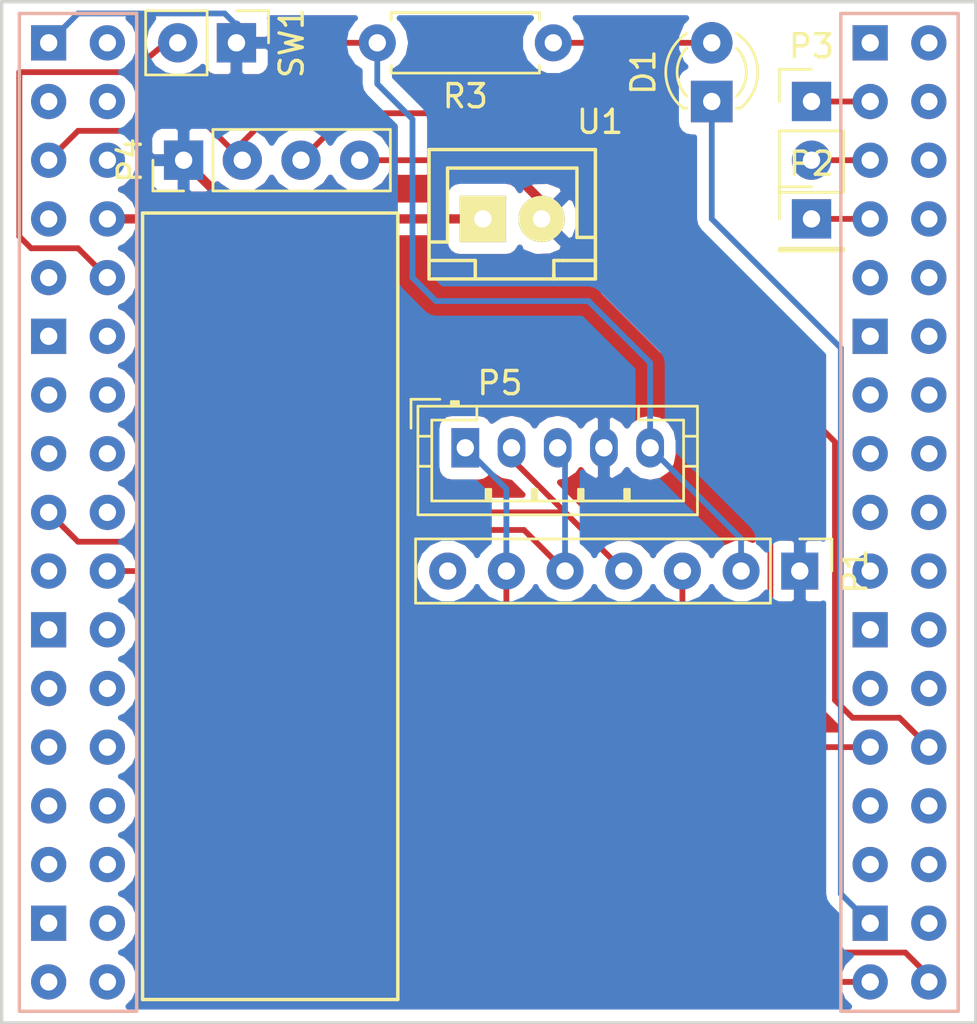
<source format=kicad_pcb>
(kicad_pcb (version 4) (host pcbnew 4.0.4+e1-6308~48~ubuntu16.04.1-stable)

  (general
    (links 25)
    (no_connects 0)
    (area 53.772999 42.205 96.087001 89.483001)
    (thickness 1.6)
    (drawings 4)
    (tracks 87)
    (zones 0)
    (modules 10)
    (nets 16)
  )

  (page A4)
  (layers
    (0 F.Cu signal)
    (31 B.Cu signal hide)
    (32 B.Adhes user hide)
    (33 F.Adhes user hide)
    (34 B.Paste user hide)
    (35 F.Paste user hide)
    (36 B.SilkS user)
    (37 F.SilkS user)
    (38 B.Mask user hide)
    (39 F.Mask user hide)
    (40 Dwgs.User user hide)
    (41 Cmts.User user hide)
    (42 Eco1.User user hide)
    (43 Eco2.User user hide)
    (44 Edge.Cuts user)
    (45 Margin user hide)
    (46 B.CrtYd user)
    (47 F.CrtYd user)
    (48 B.Fab user hide)
    (49 F.Fab user hide)
  )

  (setup
    (last_trace_width 0.25)
    (user_trace_width 0.35)
    (user_trace_width 0.4)
    (trace_clearance 0.2)
    (zone_clearance 0.508)
    (zone_45_only no)
    (trace_min 0.2)
    (segment_width 0.2)
    (edge_width 0.15)
    (via_size 0.6)
    (via_drill 0.4)
    (via_min_size 0.4)
    (via_min_drill 0.3)
    (uvia_size 0.3)
    (uvia_drill 0.1)
    (uvias_allowed no)
    (uvia_min_size 0.2)
    (uvia_min_drill 0.1)
    (pcb_text_width 0.3)
    (pcb_text_size 1.5 1.5)
    (mod_edge_width 0.15)
    (mod_text_size 1 1)
    (mod_text_width 0.15)
    (pad_size 1.7 1.7)
    (pad_drill 0.75)
    (pad_to_mask_clearance 0.2)
    (aux_axis_origin 0 0)
    (grid_origin 89.916 61.214)
    (visible_elements FFFFFF5F)
    (pcbplotparams
      (layerselection 0x010f0_80000001)
      (usegerberextensions true)
      (excludeedgelayer true)
      (linewidth 0.100000)
      (plotframeref false)
      (viasonmask false)
      (mode 1)
      (useauxorigin false)
      (hpglpennumber 1)
      (hpglpenspeed 20)
      (hpglpendiameter 15)
      (hpglpenoverlay 2)
      (psnegative false)
      (psa4output false)
      (plotreference true)
      (plotvalue true)
      (plotinvisibletext false)
      (padsonsilk false)
      (subtractmaskfromsilk false)
      (outputformat 1)
      (mirror false)
      (drillshape 0)
      (scaleselection 1)
      (outputdirectory Plots/))
  )

  (net 0 "")
  (net 1 GND)
  (net 2 "Net-(D1-Pad2)")
  (net 3 LoraEN)
  (net 4 "Net-(P1-Pad4)")
  (net 5 "Net-(P1-Pad5)")
  (net 6 LoraAUX)
  (net 7 VCC-3V3)
  (net 8 "Net-(SW1-Pad2)")
  (net 9 BAT)
  (net 10 "Net-(D1-Pad1)")
  (net 11 "Net-(P3-Pad2)")
  (net 12 "Net-(P2-Pad1)")
  (net 13 "Net-(P3-Pad1)")
  (net 14 TWI2-SDA)
  (net 15 TWI-SCK)

  (net_class Default "This is the default net class."
    (clearance 0.2)
    (trace_width 0.25)
    (via_dia 0.6)
    (via_drill 0.4)
    (uvia_dia 0.3)
    (uvia_drill 0.1)
    (add_net BAT)
    (add_net GND)
    (add_net LoraAUX)
    (add_net LoraEN)
    (add_net "Net-(D1-Pad1)")
    (add_net "Net-(D1-Pad2)")
    (add_net "Net-(P1-Pad4)")
    (add_net "Net-(P1-Pad5)")
    (add_net "Net-(P2-Pad1)")
    (add_net "Net-(P3-Pad1)")
    (add_net "Net-(P3-Pad2)")
    (add_net "Net-(SW1-Pad2)")
    (add_net TWI-SCK)
    (add_net TWI2-SDA)
    (add_net VCC-3V3)
  )

  (module WiRoc:Chip (layer B.Cu) (tedit 5ABE3E77) (tstamp 5A8C9A0A)
    (at 74.93 71.12 180)
    (path /5831EB02)
    (fp_text reference U2 (at -12.7 27.94 180) (layer B.SilkS)
      (effects (font (size 1 1) (thickness 0.15)) (justify mirror))
    )
    (fp_text value CHIP (at -17.78 27.94 180) (layer B.Fab)
      (effects (font (size 1 1) (thickness 0.15)) (justify mirror))
    )
    (fp_line (start 15.24 -17.78) (end 15.24 25.4) (layer B.SilkS) (width 0.15))
    (fp_line (start 20.32 -17.78) (end 15.24 -17.78) (layer B.SilkS) (width 0.15))
    (fp_line (start 20.32 25.4) (end 20.32 -17.78) (layer B.SilkS) (width 0.15))
    (fp_line (start 15.24 25.4) (end 20.32 25.4) (layer B.SilkS) (width 0.15))
    (fp_line (start -20.32 25.4) (end -15.24 25.4) (layer B.SilkS) (width 0.15))
    (fp_line (start -15.24 25.4) (end -15.24 -17.78) (layer B.SilkS) (width 0.15))
    (fp_line (start -15.24 -17.78) (end -20.32 -17.78) (layer B.SilkS) (width 0.15))
    (fp_line (start -20.32 -17.78) (end -20.32 25.4) (layer B.SilkS) (width 0.15))
    (pad 2 thru_hole circle (at 16.51 24.13 180) (size 1.524 1.524) (drill 0.75) (layers *.Cu *.Mask))
    (pad 1 thru_hole rect (at 19.05 24.13 180) (size 1.524 1.524) (drill 0.75) (layers *.Cu *.Mask)
      (net 1 GND))
    (pad 4 thru_hole circle (at 16.51 21.59 180) (size 1.524 1.524) (drill 0.75) (layers *.Cu *.Mask))
    (pad 3 thru_hole circle (at 19.05 21.59 180) (size 1.524 1.524) (drill 0.75) (layers *.Cu *.Mask))
    (pad 34 thru_hole circle (at 16.51 -16.51 180) (size 1.524 1.524) (drill 0.75) (layers *.Cu *.Mask))
    (pad 33 thru_hole circle (at 19.05 -16.51 180) (size 1.524 1.524) (drill 0.75) (layers *.Cu *.Mask))
    (pad 32 thru_hole circle (at 16.51 -13.97 180) (size 1.524 1.524) (drill 0.75) (layers *.Cu *.Mask))
    (pad 31 thru_hole rect (at 19.05 -13.97 180) (size 1.524 1.524) (drill 0.75) (layers *.Cu *.Mask))
    (pad 30 thru_hole circle (at 16.51 -11.43 180) (size 1.524 1.524) (drill 0.75) (layers *.Cu *.Mask))
    (pad 29 thru_hole circle (at 19.05 -11.43 180) (size 1.524 1.524) (drill 0.75) (layers *.Cu *.Mask))
    (pad 28 thru_hole circle (at 16.51 -8.89 180) (size 1.524 1.524) (drill 0.75) (layers *.Cu *.Mask))
    (pad 27 thru_hole circle (at 19.05 -8.89 180) (size 1.524 1.524) (drill 0.75) (layers *.Cu *.Mask))
    (pad 26 thru_hole circle (at 16.51 -6.35 180) (size 1.524 1.524) (drill 0.75) (layers *.Cu *.Mask))
    (pad 25 thru_hole circle (at 19.05 -6.35 180) (size 1.524 1.524) (drill 0.75) (layers *.Cu *.Mask))
    (pad 24 thru_hole circle (at 16.51 -3.81 180) (size 1.524 1.524) (drill 0.75) (layers *.Cu *.Mask))
    (pad 23 thru_hole circle (at 19.05 -3.81 180) (size 1.524 1.524) (drill 0.75) (layers *.Cu *.Mask))
    (pad 22 thru_hole circle (at 16.51 -1.27 180) (size 1.524 1.524) (drill 0.75) (layers *.Cu *.Mask))
    (pad 21 thru_hole rect (at 19.05 -1.27 180) (size 1.524 1.524) (drill 0.75) (layers *.Cu *.Mask))
    (pad 20 thru_hole circle (at 16.51 1.27 180) (size 1.524 1.524) (drill 0.75) (layers *.Cu *.Mask)
      (net 5 "Net-(P1-Pad5)"))
    (pad 19 thru_hole circle (at 19.05 1.27 180) (size 1.524 1.524) (drill 0.75) (layers *.Cu *.Mask))
    (pad 18 thru_hole circle (at 16.51 3.81 180) (size 1.524 1.524) (drill 0.75) (layers *.Cu *.Mask))
    (pad 17 thru_hole circle (at 19.05 3.81 180) (size 1.524 1.524) (drill 0.75) (layers *.Cu *.Mask)
      (net 4 "Net-(P1-Pad4)"))
    (pad 16 thru_hole circle (at 16.51 6.35 180) (size 1.524 1.524) (drill 0.75) (layers *.Cu *.Mask))
    (pad 15 thru_hole circle (at 19.05 6.35 180) (size 1.524 1.524) (drill 0.75) (layers *.Cu *.Mask))
    (pad 14 thru_hole circle (at 16.51 8.89 180) (size 1.524 1.524) (drill 0.75) (layers *.Cu *.Mask))
    (pad 13 thru_hole circle (at 19.05 8.89 180) (size 1.524 1.524) (drill 0.75) (layers *.Cu *.Mask))
    (pad 12 thru_hole circle (at 16.51 11.43 180) (size 1.524 1.524) (drill 0.75) (layers *.Cu *.Mask))
    (pad 11 thru_hole rect (at 19.05 11.43 180) (size 1.524 1.524) (drill 0.75) (layers *.Cu *.Mask))
    (pad 10 thru_hole circle (at 16.51 13.97 180) (size 1.524 1.524) (drill 0.75) (layers *.Cu *.Mask)
      (net 8 "Net-(SW1-Pad2)"))
    (pad 9 thru_hole circle (at 19.05 13.97 180) (size 1.524 1.524) (drill 0.75) (layers *.Cu *.Mask))
    (pad 8 thru_hole circle (at 16.51 16.51 180) (size 1.524 1.524) (drill 0.75) (layers *.Cu *.Mask)
      (net 9 BAT))
    (pad 7 thru_hole circle (at 19.05 16.51 180) (size 1.524 1.524) (drill 0.75) (layers *.Cu *.Mask))
    (pad 6 thru_hole circle (at 16.51 19.05 180) (size 1.524 1.524) (drill 0.75) (layers *.Cu *.Mask))
    (pad 5 thru_hole circle (at 19.05 19.05 180) (size 1.524 1.524) (drill 0.75) (layers *.Cu *.Mask)
      (net 7 VCC-3V3))
    (pad 105 thru_hole circle (at -16.51 19.05 180) (size 1.524 1.524) (drill 0.75) (layers *.Cu *.Mask)
      (net 11 "Net-(P3-Pad2)"))
    (pad 106 thru_hole circle (at -19.05 19.05 180) (size 1.524 1.524) (drill 0.75) (layers *.Cu *.Mask))
    (pad 107 thru_hole circle (at -16.51 16.51 180) (size 1.524 1.524) (drill 0.75) (layers *.Cu *.Mask)
      (net 12 "Net-(P2-Pad1)"))
    (pad 108 thru_hole circle (at -19.05 16.51 180) (size 1.524 1.524) (drill 0.75) (layers *.Cu *.Mask))
    (pad 109 thru_hole circle (at -16.51 13.97 180) (size 1.524 1.524) (drill 0.75) (layers *.Cu *.Mask))
    (pad 110 thru_hole circle (at -19.05 13.97 180) (size 1.524 1.524) (drill 0.75) (layers *.Cu *.Mask))
    (pad 111 thru_hole rect (at -16.51 11.43 180) (size 1.524 1.524) (drill 0.75) (layers *.Cu *.Mask))
    (pad 112 thru_hole circle (at -19.05 11.43 180) (size 1.524 1.524) (drill 0.75) (layers *.Cu *.Mask))
    (pad 113 thru_hole circle (at -16.51 8.89 180) (size 1.524 1.524) (drill 0.75) (layers *.Cu *.Mask))
    (pad 114 thru_hole circle (at -19.05 8.89 180) (size 1.524 1.524) (drill 0.75) (layers *.Cu *.Mask))
    (pad 115 thru_hole circle (at -16.51 6.35 180) (size 1.524 1.524) (drill 0.75) (layers *.Cu *.Mask))
    (pad 116 thru_hole circle (at -19.05 6.35 180) (size 1.524 1.524) (drill 0.75) (layers *.Cu *.Mask))
    (pad 117 thru_hole circle (at -16.51 3.81 180) (size 1.524 1.524) (drill 0.75) (layers *.Cu *.Mask))
    (pad 118 thru_hole circle (at -19.05 3.81 180) (size 1.524 1.524) (drill 0.75) (layers *.Cu *.Mask))
    (pad 119 thru_hole circle (at -16.51 1.27 180) (size 1.524 1.524) (drill 0.75) (layers *.Cu *.Mask))
    (pad 120 thru_hole circle (at -19.05 1.27 180) (size 1.524 1.524) (drill 0.75) (layers *.Cu *.Mask))
    (pad 121 thru_hole rect (at -16.51 -1.27 180) (size 1.524 1.524) (drill 0.75) (layers *.Cu *.Mask))
    (pad 122 thru_hole circle (at -19.05 -1.27 180) (size 1.524 1.524) (drill 0.75) (layers *.Cu *.Mask))
    (pad 123 thru_hole circle (at -16.51 -3.81 180) (size 1.524 1.524) (drill 0.75) (layers *.Cu *.Mask))
    (pad 124 thru_hole circle (at -19.05 -3.81 180) (size 1.524 1.524) (drill 0.75) (layers *.Cu *.Mask))
    (pad 125 thru_hole circle (at -16.51 -6.35 180) (size 1.524 1.524) (drill 0.75) (layers *.Cu *.Mask)
      (net 14 TWI2-SDA))
    (pad 126 thru_hole circle (at -19.05 -6.35 180) (size 1.524 1.524) (drill 0.75) (layers *.Cu *.Mask)
      (net 15 TWI-SCK))
    (pad 127 thru_hole circle (at -16.51 -8.89 180) (size 1.524 1.524) (drill 0.75) (layers *.Cu *.Mask))
    (pad 128 thru_hole circle (at -19.05 -8.89 180) (size 1.524 1.524) (drill 0.75) (layers *.Cu *.Mask))
    (pad 129 thru_hole circle (at -16.51 -11.43 180) (size 1.524 1.524) (drill 0.75) (layers *.Cu *.Mask))
    (pad 130 thru_hole circle (at -19.05 -11.43 180) (size 1.524 1.524) (drill 0.75) (layers *.Cu *.Mask))
    (pad 131 thru_hole rect (at -16.51 -13.97 180) (size 1.524 1.524) (drill 0.75) (layers *.Cu *.Mask)
      (net 10 "Net-(D1-Pad1)"))
    (pad 132 thru_hole circle (at -19.05 -13.97 180) (size 1.524 1.524) (drill 0.75) (layers *.Cu *.Mask))
    (pad 133 thru_hole circle (at -16.51 -16.51 180) (size 1.524 1.524) (drill 0.75) (layers *.Cu *.Mask)
      (net 6 LoraAUX))
    (pad 134 thru_hole circle (at -19.05 -16.51 180) (size 1.524 1.524) (drill 0.75) (layers *.Cu *.Mask)
      (net 3 LoraEN))
    (pad 103 thru_hole circle (at -16.51 21.59 180) (size 1.524 1.524) (drill 0.75) (layers *.Cu *.Mask)
      (net 13 "Net-(P3-Pad1)"))
    (pad 104 thru_hole circle (at -19.05 21.59 180) (size 1.524 1.524) (drill 0.75) (layers *.Cu *.Mask))
    (pad 101 thru_hole rect (at -16.51 24.13 180) (size 1.524 1.524) (drill 0.75) (layers *.Cu *.Mask))
    (pad 102 thru_hole circle (at -19.05 24.13 180) (size 1.524 1.524) (drill 0.75) (layers *.Cu *.Mask))
  )

  (module Library:JST_2.56 (layer F.Cu) (tedit 5ABE3B0C) (tstamp 5839A843)
    (at 75.946 54.61)
    (path /5831DE90)
    (fp_text reference U1 (at 3.8 -4.2) (layer F.SilkS)
      (effects (font (size 1 1) (thickness 0.15)))
    )
    (fp_text value JST-2PIN (at 0 3.048) (layer F.Fab)
      (effects (font (size 1 1) (thickness 0.15)))
    )
    (fp_line (start -3.6 1.8) (end -1.6 1.8) (layer F.SilkS) (width 0.15))
    (fp_line (start -3.6 1) (end -2.8 1) (layer F.SilkS) (width 0.15))
    (fp_line (start -1.6 1.8) (end -1.6 2.6) (layer F.SilkS) (width 0.15))
    (fp_line (start 3.6 1.8) (end 2.2 1.8) (layer F.SilkS) (width 0.15))
    (fp_line (start 2.2 1.8) (end 2 1.8) (layer F.SilkS) (width 0.15))
    (fp_line (start 2 1.8) (end 1.8 1.8) (layer F.SilkS) (width 0.15))
    (fp_line (start 1.8 1.8) (end 1.8 2.4) (layer F.SilkS) (width 0.15))
    (fp_line (start 1.8 2.4) (end 1.8 2.6) (layer F.SilkS) (width 0.15))
    (fp_line (start 1.8 2.6) (end 1.8 2.4) (layer F.SilkS) (width 0.15))
    (fp_line (start -2.8 1) (end -2.8 -2.2) (layer F.SilkS) (width 0.15))
    (fp_line (start -2.8 -2.2) (end 2.8 -2.2) (layer F.SilkS) (width 0.15))
    (fp_line (start 2.8 -2.2) (end 2.8 0.8) (layer F.SilkS) (width 0.15))
    (fp_line (start 2.8 0.8) (end 3.6 0.8) (layer F.SilkS) (width 0.15))
    (fp_line (start -3.6 -3) (end 3.6 -3) (layer F.SilkS) (width 0.15))
    (fp_line (start 3.6 -3) (end 3.6 2.6) (layer F.SilkS) (width 0.15))
    (fp_line (start 3.6 2.6) (end -3.6 2.6) (layer F.SilkS) (width 0.15))
    (fp_line (start -3.6 2.6) (end -3.6 -3) (layer F.SilkS) (width 0.15))
    (pad 1 thru_hole rect (at -1.27 0) (size 2 2) (drill 0.75) (layers *.Cu *.Mask F.SilkS)
      (net 9 BAT))
    (pad 2 thru_hole circle (at 1.27 0) (size 2 2) (drill 0.75) (layers *.Cu *.Mask F.SilkS)
      (net 1 GND))
  )

  (module LEDs:LED_D3.0mm (layer F.Cu) (tedit 5ABE3B32) (tstamp 58851361)
    (at 84.582 49.53 90)
    (descr "LED, diameter 3.0mm, 2 pins")
    (tags "LED diameter 3.0mm 2 pins")
    (path /58335011)
    (fp_text reference D1 (at 1.27 -2.96 90) (layer F.SilkS)
      (effects (font (size 1 1) (thickness 0.15)))
    )
    (fp_text value LED (at 1.27 2.96 90) (layer F.Fab)
      (effects (font (size 1 1) (thickness 0.15)))
    )
    (fp_arc (start 1.27 0) (end -0.23 -1.16619) (angle 284.3) (layer F.Fab) (width 0.1))
    (fp_arc (start 1.27 0) (end -0.29 -1.235516) (angle 108.8) (layer F.SilkS) (width 0.12))
    (fp_arc (start 1.27 0) (end -0.29 1.235516) (angle -108.8) (layer F.SilkS) (width 0.12))
    (fp_arc (start 1.27 0) (end 0.229039 -1.08) (angle 87.9) (layer F.SilkS) (width 0.12))
    (fp_arc (start 1.27 0) (end 0.229039 1.08) (angle -87.9) (layer F.SilkS) (width 0.12))
    (fp_circle (center 1.27 0) (end 2.77 0) (layer F.Fab) (width 0.1))
    (fp_line (start -0.23 -1.16619) (end -0.23 1.16619) (layer F.Fab) (width 0.1))
    (fp_line (start -0.29 -1.236) (end -0.29 -1.08) (layer F.SilkS) (width 0.12))
    (fp_line (start -0.29 1.08) (end -0.29 1.236) (layer F.SilkS) (width 0.12))
    (fp_line (start -1.15 -2.25) (end -1.15 2.25) (layer F.CrtYd) (width 0.05))
    (fp_line (start -1.15 2.25) (end 3.7 2.25) (layer F.CrtYd) (width 0.05))
    (fp_line (start 3.7 2.25) (end 3.7 -2.25) (layer F.CrtYd) (width 0.05))
    (fp_line (start 3.7 -2.25) (end -1.15 -2.25) (layer F.CrtYd) (width 0.05))
    (pad 1 thru_hole rect (at 0 0 90) (size 1.8 1.8) (drill 0.75) (layers *.Cu *.Mask)
      (net 10 "Net-(D1-Pad1)"))
    (pad 2 thru_hole circle (at 2.54 0 90) (size 1.8 1.8) (drill 0.75) (layers *.Cu *.Mask)
      (net 2 "Net-(D1-Pad2)"))
    (model LEDs.3dshapes/LED_D3.0mm.wrl
      (at (xyz 0 0 0))
      (scale (xyz 0.393701 0.393701 0.393701))
      (rotate (xyz 0 0 0))
    )
  )

  (module Pin_Headers:Pin_Header_Straight_1x07_Pitch2.54mm (layer F.Cu) (tedit 5ABE3B97) (tstamp 58851366)
    (at 88.392 69.85 270)
    (descr "Through hole straight pin header, 1x07, 2.54mm pitch, single row")
    (tags "Through hole pin header THT 1x07 2.54mm single row")
    (path /5831F69C)
    (fp_text reference P1 (at 0 -2.39 270) (layer F.SilkS)
      (effects (font (size 1 1) (thickness 0.15)))
    )
    (fp_text value "Lora Conn" (at 0 17.63 270) (layer F.Fab)
      (effects (font (size 1 1) (thickness 0.15)))
    )
    (fp_line (start -1.27 -1.27) (end -1.27 16.51) (layer F.Fab) (width 0.1))
    (fp_line (start -1.27 16.51) (end 1.27 16.51) (layer F.Fab) (width 0.1))
    (fp_line (start 1.27 16.51) (end 1.27 -1.27) (layer F.Fab) (width 0.1))
    (fp_line (start 1.27 -1.27) (end -1.27 -1.27) (layer F.Fab) (width 0.1))
    (fp_line (start -1.39 1.27) (end -1.39 16.63) (layer F.SilkS) (width 0.12))
    (fp_line (start -1.39 16.63) (end 1.39 16.63) (layer F.SilkS) (width 0.12))
    (fp_line (start 1.39 16.63) (end 1.39 1.27) (layer F.SilkS) (width 0.12))
    (fp_line (start 1.39 1.27) (end -1.39 1.27) (layer F.SilkS) (width 0.12))
    (fp_line (start -1.39 0) (end -1.39 -1.39) (layer F.SilkS) (width 0.12))
    (fp_line (start -1.39 -1.39) (end 0 -1.39) (layer F.SilkS) (width 0.12))
    (fp_line (start -1.6 -1.6) (end -1.6 16.8) (layer F.CrtYd) (width 0.05))
    (fp_line (start -1.6 16.8) (end 1.6 16.8) (layer F.CrtYd) (width 0.05))
    (fp_line (start 1.6 16.8) (end 1.6 -1.6) (layer F.CrtYd) (width 0.05))
    (fp_line (start 1.6 -1.6) (end -1.6 -1.6) (layer F.CrtYd) (width 0.05))
    (pad 1 thru_hole rect (at 0 0 270) (size 1.6 1.6) (drill 0.75) (layers *.Cu *.Mask)
      (net 1 GND))
    (pad 2 thru_hole circle (at 0 2.54 270) (size 1.6 1.6) (drill 0.75) (layers *.Cu *.Mask)
      (net 7 VCC-3V3))
    (pad 3 thru_hole circle (at 0 5.08 270) (size 1.6 1.6) (drill 0.75) (layers *.Cu *.Mask)
      (net 3 LoraEN))
    (pad 4 thru_hole circle (at 0 7.62 270) (size 1.6 1.6) (drill 0.75) (layers *.Cu *.Mask)
      (net 4 "Net-(P1-Pad4)"))
    (pad 5 thru_hole circle (at 0 10.16 270) (size 1.6 1.6) (drill 0.75) (layers *.Cu *.Mask)
      (net 5 "Net-(P1-Pad5)"))
    (pad 6 thru_hole circle (at 0 12.7 270) (size 1.6 1.6) (drill 0.75) (layers *.Cu *.Mask)
      (net 6 LoraAUX))
    (pad 7 thru_hole circle (at 0 15.24 270) (size 1.6 1.6) (drill 0.75) (layers *.Cu *.Mask))
    (model Pin_Headers.3dshapes/Pin_Header_Straight_1x07_Pitch2.54mm.wrl
      (at (xyz 0 -0.3 0))
      (scale (xyz 1 1 1))
      (rotate (xyz 0 0 90))
    )
  )

  (module Resistors_ThroughHole:R_Axial_DIN0207_L6.3mm_D2.5mm_P7.62mm_Horizontal (layer F.Cu) (tedit 5ABE3B22) (tstamp 5885137A)
    (at 77.724 46.99 180)
    (descr "Resistor, Axial_DIN0207 series, Axial, Horizontal, pin pitch=7.62mm, 0.25W = 1/4W, length*diameter=6.3*2.5mm^2, http://cdn-reichelt.de/documents/datenblatt/B400/1_4W%23YAG.pdf")
    (tags "Resistor Axial_DIN0207 series Axial Horizontal pin pitch 7.62mm 0.25W = 1/4W length 6.3mm diameter 2.5mm")
    (path /58334EFA)
    (fp_text reference R3 (at 3.81 -2.31 180) (layer F.SilkS)
      (effects (font (size 1 1) (thickness 0.15)))
    )
    (fp_text value R (at 3.81 2.31 180) (layer F.Fab)
      (effects (font (size 1 1) (thickness 0.15)))
    )
    (fp_line (start 0.66 -1.25) (end 0.66 1.25) (layer F.Fab) (width 0.1))
    (fp_line (start 0.66 1.25) (end 6.96 1.25) (layer F.Fab) (width 0.1))
    (fp_line (start 6.96 1.25) (end 6.96 -1.25) (layer F.Fab) (width 0.1))
    (fp_line (start 6.96 -1.25) (end 0.66 -1.25) (layer F.Fab) (width 0.1))
    (fp_line (start 0 0) (end 0.66 0) (layer F.Fab) (width 0.1))
    (fp_line (start 7.62 0) (end 6.96 0) (layer F.Fab) (width 0.1))
    (fp_line (start 0.6 -0.98) (end 0.6 -1.31) (layer F.SilkS) (width 0.12))
    (fp_line (start 0.6 -1.31) (end 7.02 -1.31) (layer F.SilkS) (width 0.12))
    (fp_line (start 7.02 -1.31) (end 7.02 -0.98) (layer F.SilkS) (width 0.12))
    (fp_line (start 0.6 0.98) (end 0.6 1.31) (layer F.SilkS) (width 0.12))
    (fp_line (start 0.6 1.31) (end 7.02 1.31) (layer F.SilkS) (width 0.12))
    (fp_line (start 7.02 1.31) (end 7.02 0.98) (layer F.SilkS) (width 0.12))
    (fp_line (start -1.05 -1.6) (end -1.05 1.6) (layer F.CrtYd) (width 0.05))
    (fp_line (start -1.05 1.6) (end 8.7 1.6) (layer F.CrtYd) (width 0.05))
    (fp_line (start 8.7 1.6) (end 8.7 -1.6) (layer F.CrtYd) (width 0.05))
    (fp_line (start 8.7 -1.6) (end -1.05 -1.6) (layer F.CrtYd) (width 0.05))
    (pad 1 thru_hole circle (at 0 0 180) (size 1.6 1.6) (drill 0.75) (layers *.Cu *.Mask)
      (net 2 "Net-(D1-Pad2)"))
    (pad 2 thru_hole oval (at 7.62 0 180) (size 1.6 1.6) (drill 0.75) (layers *.Cu *.Mask)
      (net 7 VCC-3V3))
    (model Resistors_ThroughHole.3dshapes/R_Axial_DIN0207_L6.3mm_D2.5mm_P7.62mm_Horizontal.wrl
      (at (xyz 0 0 0))
      (scale (xyz 0.393701 0.393701 0.393701))
      (rotate (xyz 0 0 0))
    )
  )

  (module Pin_Headers:Pin_Header_Straight_1x02_Pitch2.54mm (layer F.Cu) (tedit 5ABE39E5) (tstamp 58851389)
    (at 64.008 46.99 270)
    (descr "Through hole straight pin header, 1x02, 2.54mm pitch, single row")
    (tags "Through hole pin header THT 1x02 2.54mm single row")
    (path /5831F070)
    (fp_text reference SW1 (at 0 -2.39 270) (layer F.SilkS)
      (effects (font (size 1 1) (thickness 0.15)))
    )
    (fp_text value SW_PUSH (at 0 4.93 270) (layer F.Fab)
      (effects (font (size 1 1) (thickness 0.15)))
    )
    (fp_line (start -1.27 -1.27) (end -1.27 3.81) (layer F.Fab) (width 0.1))
    (fp_line (start -1.27 3.81) (end 1.27 3.81) (layer F.Fab) (width 0.1))
    (fp_line (start 1.27 3.81) (end 1.27 -1.27) (layer F.Fab) (width 0.1))
    (fp_line (start 1.27 -1.27) (end -1.27 -1.27) (layer F.Fab) (width 0.1))
    (fp_line (start -1.39 1.27) (end -1.39 3.93) (layer F.SilkS) (width 0.12))
    (fp_line (start -1.39 3.93) (end 1.39 3.93) (layer F.SilkS) (width 0.12))
    (fp_line (start 1.39 3.93) (end 1.39 1.27) (layer F.SilkS) (width 0.12))
    (fp_line (start 1.39 1.27) (end -1.39 1.27) (layer F.SilkS) (width 0.12))
    (fp_line (start -1.39 0) (end -1.39 -1.39) (layer F.SilkS) (width 0.12))
    (fp_line (start -1.39 -1.39) (end 0 -1.39) (layer F.SilkS) (width 0.12))
    (fp_line (start -1.6 -1.6) (end -1.6 4.1) (layer F.CrtYd) (width 0.05))
    (fp_line (start -1.6 4.1) (end 1.6 4.1) (layer F.CrtYd) (width 0.05))
    (fp_line (start 1.6 4.1) (end 1.6 -1.6) (layer F.CrtYd) (width 0.05))
    (fp_line (start 1.6 -1.6) (end -1.6 -1.6) (layer F.CrtYd) (width 0.05))
    (pad 1 thru_hole rect (at 0 0 270) (size 1.7 1.7) (drill 0.75) (layers *.Cu *.Mask)
      (net 1 GND))
    (pad 2 thru_hole oval (at 0 2.54 270) (size 1.7 1.7) (drill 0.75) (layers *.Cu *.Mask)
      (net 8 "Net-(SW1-Pad2)"))
    (model Pin_Headers.3dshapes/Pin_Header_Straight_1x02_Pitch2.54mm.wrl
      (at (xyz 0 -0.05 0))
      (scale (xyz 1 1 1))
      (rotate (xyz 0 0 90))
    )
  )

  (module Pin_Headers:Pin_Header_Straight_1x02_Pitch2.54mm (layer F.Cu) (tedit 5ABE3B43) (tstamp 588E212C)
    (at 88.9 49.53)
    (descr "Through hole straight pin header, 1x02, 2.54mm pitch, single row")
    (tags "Through hole pin header THT 1x02 2.54mm single row")
    (path /588DF620)
    (fp_text reference P3 (at 0 -2.39) (layer F.SilkS)
      (effects (font (size 1 1) (thickness 0.15)))
    )
    (fp_text value CONN_01X02 (at 0 4.93) (layer F.Fab)
      (effects (font (size 1 1) (thickness 0.15)))
    )
    (fp_line (start -1.27 -1.27) (end -1.27 3.81) (layer F.Fab) (width 0.1))
    (fp_line (start -1.27 3.81) (end 1.27 3.81) (layer F.Fab) (width 0.1))
    (fp_line (start 1.27 3.81) (end 1.27 -1.27) (layer F.Fab) (width 0.1))
    (fp_line (start 1.27 -1.27) (end -1.27 -1.27) (layer F.Fab) (width 0.1))
    (fp_line (start -1.39 1.27) (end -1.39 3.93) (layer F.SilkS) (width 0.12))
    (fp_line (start -1.39 3.93) (end 1.39 3.93) (layer F.SilkS) (width 0.12))
    (fp_line (start 1.39 3.93) (end 1.39 1.27) (layer F.SilkS) (width 0.12))
    (fp_line (start 1.39 1.27) (end -1.39 1.27) (layer F.SilkS) (width 0.12))
    (fp_line (start -1.39 0) (end -1.39 -1.39) (layer F.SilkS) (width 0.12))
    (fp_line (start -1.39 -1.39) (end 0 -1.39) (layer F.SilkS) (width 0.12))
    (fp_line (start -1.6 -1.6) (end -1.6 4.1) (layer F.CrtYd) (width 0.05))
    (fp_line (start -1.6 4.1) (end 1.6 4.1) (layer F.CrtYd) (width 0.05))
    (fp_line (start 1.6 4.1) (end 1.6 -1.6) (layer F.CrtYd) (width 0.05))
    (fp_line (start 1.6 -1.6) (end -1.6 -1.6) (layer F.CrtYd) (width 0.05))
    (pad 1 thru_hole rect (at 0 0) (size 1.7 1.7) (drill 0.75) (layers *.Cu *.Mask)
      (net 13 "Net-(P3-Pad1)"))
    (pad 2 thru_hole oval (at 0 2.54) (size 1.7 1.7) (drill 0.75) (layers *.Cu *.Mask)
      (net 11 "Net-(P3-Pad2)"))
    (model Pin_Headers.3dshapes/Pin_Header_Straight_1x02_Pitch2.54mm.wrl
      (at (xyz 0 -0.05 0))
      (scale (xyz 1 1 1))
      (rotate (xyz 0 0 90))
    )
  )

  (module Pin_Headers:Pin_Header_Straight_1x01_Pitch2.54mm (layer F.Cu) (tedit 5ABE3B4C) (tstamp 588E21C3)
    (at 88.9 54.61)
    (descr "Through hole straight pin header, 1x01, 2.54mm pitch, single row")
    (tags "Through hole pin header THT 1x01 2.54mm single row")
    (path /588DFE31)
    (fp_text reference P2 (at 0 -2.39) (layer F.SilkS)
      (effects (font (size 1 1) (thickness 0.15)))
    )
    (fp_text value CONN_01X01 (at 0 2.39) (layer F.Fab)
      (effects (font (size 1 1) (thickness 0.15)))
    )
    (fp_line (start -1.27 -1.27) (end -1.27 1.27) (layer F.Fab) (width 0.1))
    (fp_line (start -1.27 1.27) (end 1.27 1.27) (layer F.Fab) (width 0.1))
    (fp_line (start 1.27 1.27) (end 1.27 -1.27) (layer F.Fab) (width 0.1))
    (fp_line (start 1.27 -1.27) (end -1.27 -1.27) (layer F.Fab) (width 0.1))
    (fp_line (start -1.39 1.27) (end -1.39 1.39) (layer F.SilkS) (width 0.12))
    (fp_line (start -1.39 1.39) (end 1.39 1.39) (layer F.SilkS) (width 0.12))
    (fp_line (start 1.39 1.39) (end 1.39 1.27) (layer F.SilkS) (width 0.12))
    (fp_line (start 1.39 1.27) (end -1.39 1.27) (layer F.SilkS) (width 0.12))
    (fp_line (start -1.39 0) (end -1.39 -1.39) (layer F.SilkS) (width 0.12))
    (fp_line (start -1.39 -1.39) (end 0 -1.39) (layer F.SilkS) (width 0.12))
    (fp_line (start -1.6 -1.6) (end -1.6 1.6) (layer F.CrtYd) (width 0.05))
    (fp_line (start -1.6 1.6) (end 1.6 1.6) (layer F.CrtYd) (width 0.05))
    (fp_line (start 1.6 1.6) (end 1.6 -1.6) (layer F.CrtYd) (width 0.05))
    (fp_line (start 1.6 -1.6) (end -1.6 -1.6) (layer F.CrtYd) (width 0.05))
    (pad 1 thru_hole rect (at 0 0) (size 1.7 1.7) (drill 0.75) (layers *.Cu *.Mask)
      (net 12 "Net-(P2-Pad1)"))
    (model Pin_Headers.3dshapes/Pin_Header_Straight_1x01_Pitch2.54mm.wrl
      (at (xyz 0 0 0))
      (scale (xyz 1 1 1))
      (rotate (xyz 0 0 90))
    )
  )

  (module WiRoc:CONN_OLED_TWI-Socket_Strip_Straight_1x04_Pitch2.54mm (layer F.Cu) (tedit 5ABE3EBA) (tstamp 5A8C9D4A)
    (at 61.722 52.07 90)
    (descr "Through hole straight socket strip, 1x04, 2.54mm pitch, single row")
    (tags "Through hole socket strip THT 1x04 2.54mm single row")
    (path /5A8B5E84)
    (fp_text reference P4 (at 0 -2.33 90) (layer F.SilkS)
      (effects (font (size 1 1) (thickness 0.15)))
    )
    (fp_text value CONN_01X04 (at -9.525 3.81 90) (layer F.Fab)
      (effects (font (size 1 1) (thickness 0.15)))
    )
    (fp_line (start -2.286 -1.778) (end -36.322 -1.778) (layer F.SilkS) (width 0.15))
    (fp_line (start -36.322 -1.778) (end -36.322 9.271) (layer F.SilkS) (width 0.15))
    (fp_line (start -2.286 -1.778) (end -2.286 9.271) (layer F.SilkS) (width 0.15))
    (fp_line (start -2.286 9.271) (end -36.322 9.271) (layer F.SilkS) (width 0.15))
    (fp_line (start -1.27 -1.27) (end -1.27 8.89) (layer F.Fab) (width 0.1))
    (fp_line (start -1.27 8.89) (end 1.27 8.89) (layer F.Fab) (width 0.1))
    (fp_line (start 1.27 8.89) (end 1.27 -1.27) (layer F.Fab) (width 0.1))
    (fp_line (start 1.27 -1.27) (end -1.27 -1.27) (layer F.Fab) (width 0.1))
    (fp_line (start -1.33 1.27) (end -1.33 8.95) (layer F.SilkS) (width 0.12))
    (fp_line (start -1.33 8.95) (end 1.33 8.95) (layer F.SilkS) (width 0.12))
    (fp_line (start 1.33 8.95) (end 1.33 1.27) (layer F.SilkS) (width 0.12))
    (fp_line (start 1.33 1.27) (end -1.33 1.27) (layer F.SilkS) (width 0.12))
    (fp_line (start -1.33 0) (end -1.33 -1.33) (layer F.SilkS) (width 0.12))
    (fp_line (start -1.33 -1.33) (end 0 -1.33) (layer F.SilkS) (width 0.12))
    (fp_line (start -1.8 -1.8) (end -1.8 9.4) (layer F.CrtYd) (width 0.05))
    (fp_line (start -1.8 9.4) (end 1.8 9.4) (layer F.CrtYd) (width 0.05))
    (fp_line (start 1.8 9.4) (end 1.8 -1.8) (layer F.CrtYd) (width 0.05))
    (fp_line (start 1.8 -1.8) (end -1.8 -1.8) (layer F.CrtYd) (width 0.05))
    (fp_text user %R (at 0 -2.33 90) (layer F.Fab)
      (effects (font (size 1 1) (thickness 0.15)))
    )
    (pad 1 thru_hole rect (at 0 0 90) (size 1.7 1.7) (drill 0.75) (layers *.Cu *.Mask)
      (net 1 GND))
    (pad 2 thru_hole oval (at 0 2.54 90) (size 1.7 1.7) (drill 0.75) (layers *.Cu *.Mask)
      (net 7 VCC-3V3))
    (pad 3 thru_hole oval (at 0 5.08 90) (size 1.7 1.7) (drill 0.75) (layers *.Cu *.Mask)
      (net 15 TWI-SCK))
    (pad 4 thru_hole oval (at 0 7.62 90) (size 1.7 1.7) (drill 0.75) (layers *.Cu *.Mask)
      (net 14 TWI2-SDA))
    (model ${KISYS3DMOD}/Socket_Strips.3dshapes/Socket_Strip_Straight_1x04_Pitch2.54mm.wrl
      (at (xyz 0 -0.15 0))
      (scale (xyz 1 1 1))
      (rotate (xyz 0 0 270))
    )
  )

  (module Connectors_JST:JST_PH_B5B-PH-K_05x2.00mm_Straight (layer F.Cu) (tedit 58D3FE4F) (tstamp 5A8F1D96)
    (at 73.914 64.516)
    (descr "JST PH series connector, B5B-PH-K, top entry type, through hole, Datasheet: http://www.jst-mfg.com/product/pdf/eng/ePH.pdf")
    (tags "connector jst ph")
    (path /5A8DF8E2)
    (fp_text reference P5 (at 1.5 -2.8) (layer F.SilkS)
      (effects (font (size 1 1) (thickness 0.15)))
    )
    (fp_text value "Lora JST Conn" (at 4 3.8) (layer F.Fab)
      (effects (font (size 1 1) (thickness 0.15)))
    )
    (fp_line (start -2.05 -1.8) (end -2.05 2.9) (layer F.SilkS) (width 0.12))
    (fp_line (start -2.05 2.9) (end 10.05 2.9) (layer F.SilkS) (width 0.12))
    (fp_line (start 10.05 2.9) (end 10.05 -1.8) (layer F.SilkS) (width 0.12))
    (fp_line (start 10.05 -1.8) (end -2.05 -1.8) (layer F.SilkS) (width 0.12))
    (fp_line (start 0.5 -1.8) (end 0.5 -1.2) (layer F.SilkS) (width 0.12))
    (fp_line (start 0.5 -1.2) (end -1.45 -1.2) (layer F.SilkS) (width 0.12))
    (fp_line (start -1.45 -1.2) (end -1.45 2.3) (layer F.SilkS) (width 0.12))
    (fp_line (start -1.45 2.3) (end 9.45 2.3) (layer F.SilkS) (width 0.12))
    (fp_line (start 9.45 2.3) (end 9.45 -1.2) (layer F.SilkS) (width 0.12))
    (fp_line (start 9.45 -1.2) (end 7.5 -1.2) (layer F.SilkS) (width 0.12))
    (fp_line (start 7.5 -1.2) (end 7.5 -1.8) (layer F.SilkS) (width 0.12))
    (fp_line (start -2.05 -0.5) (end -1.45 -0.5) (layer F.SilkS) (width 0.12))
    (fp_line (start -2.05 0.8) (end -1.45 0.8) (layer F.SilkS) (width 0.12))
    (fp_line (start 10.05 -0.5) (end 9.45 -0.5) (layer F.SilkS) (width 0.12))
    (fp_line (start 10.05 0.8) (end 9.45 0.8) (layer F.SilkS) (width 0.12))
    (fp_line (start -0.3 -1.8) (end -0.3 -2) (layer F.SilkS) (width 0.12))
    (fp_line (start -0.3 -2) (end -0.6 -2) (layer F.SilkS) (width 0.12))
    (fp_line (start -0.6 -2) (end -0.6 -1.8) (layer F.SilkS) (width 0.12))
    (fp_line (start -0.3 -1.9) (end -0.6 -1.9) (layer F.SilkS) (width 0.12))
    (fp_line (start 0.9 2.3) (end 0.9 1.8) (layer F.SilkS) (width 0.12))
    (fp_line (start 0.9 1.8) (end 1.1 1.8) (layer F.SilkS) (width 0.12))
    (fp_line (start 1.1 1.8) (end 1.1 2.3) (layer F.SilkS) (width 0.12))
    (fp_line (start 1 2.3) (end 1 1.8) (layer F.SilkS) (width 0.12))
    (fp_line (start 2.9 2.3) (end 2.9 1.8) (layer F.SilkS) (width 0.12))
    (fp_line (start 2.9 1.8) (end 3.1 1.8) (layer F.SilkS) (width 0.12))
    (fp_line (start 3.1 1.8) (end 3.1 2.3) (layer F.SilkS) (width 0.12))
    (fp_line (start 3 2.3) (end 3 1.8) (layer F.SilkS) (width 0.12))
    (fp_line (start 4.9 2.3) (end 4.9 1.8) (layer F.SilkS) (width 0.12))
    (fp_line (start 4.9 1.8) (end 5.1 1.8) (layer F.SilkS) (width 0.12))
    (fp_line (start 5.1 1.8) (end 5.1 2.3) (layer F.SilkS) (width 0.12))
    (fp_line (start 5 2.3) (end 5 1.8) (layer F.SilkS) (width 0.12))
    (fp_line (start 6.9 2.3) (end 6.9 1.8) (layer F.SilkS) (width 0.12))
    (fp_line (start 6.9 1.8) (end 7.1 1.8) (layer F.SilkS) (width 0.12))
    (fp_line (start 7.1 1.8) (end 7.1 2.3) (layer F.SilkS) (width 0.12))
    (fp_line (start 7 2.3) (end 7 1.8) (layer F.SilkS) (width 0.12))
    (fp_line (start -1.1 -2.1) (end -2.35 -2.1) (layer F.SilkS) (width 0.12))
    (fp_line (start -2.35 -2.1) (end -2.35 -0.85) (layer F.SilkS) (width 0.12))
    (fp_line (start -1.1 -2.1) (end -2.35 -2.1) (layer F.Fab) (width 0.1))
    (fp_line (start -2.35 -2.1) (end -2.35 -0.85) (layer F.Fab) (width 0.1))
    (fp_line (start -1.95 -1.7) (end -1.95 2.8) (layer F.Fab) (width 0.1))
    (fp_line (start -1.95 2.8) (end 9.95 2.8) (layer F.Fab) (width 0.1))
    (fp_line (start 9.95 2.8) (end 9.95 -1.7) (layer F.Fab) (width 0.1))
    (fp_line (start 9.95 -1.7) (end -1.95 -1.7) (layer F.Fab) (width 0.1))
    (fp_line (start -2.45 -2.2) (end -2.45 3.3) (layer F.CrtYd) (width 0.05))
    (fp_line (start -2.45 3.3) (end 10.45 3.3) (layer F.CrtYd) (width 0.05))
    (fp_line (start 10.45 3.3) (end 10.45 -2.2) (layer F.CrtYd) (width 0.05))
    (fp_line (start 10.45 -2.2) (end -2.45 -2.2) (layer F.CrtYd) (width 0.05))
    (fp_text user %R (at 4 1.5) (layer F.Fab)
      (effects (font (size 1 1) (thickness 0.15)))
    )
    (pad 1 thru_hole rect (at 0 0) (size 1.2 1.7) (drill 0.75) (layers *.Cu *.Mask)
      (net 6 LoraAUX))
    (pad 2 thru_hole oval (at 2 0) (size 1.2 1.7) (drill 0.75) (layers *.Cu *.Mask)
      (net 4 "Net-(P1-Pad4)"))
    (pad 3 thru_hole oval (at 4 0) (size 1.2 1.7) (drill 0.75) (layers *.Cu *.Mask)
      (net 5 "Net-(P1-Pad5)"))
    (pad 4 thru_hole oval (at 6 0) (size 1.2 1.7) (drill 0.75) (layers *.Cu *.Mask)
      (net 1 GND))
    (pad 5 thru_hole oval (at 8 0) (size 1.2 1.7) (drill 0.75) (layers *.Cu *.Mask)
      (net 7 VCC-3V3))
    (model ${KISYS3DMOD}/Connectors_JST.3dshapes/JST_PH_B5B-PH-K_05x2.00mm_Straight.wrl
      (at (xyz 0 0 0))
      (scale (xyz 1 1 1))
      (rotate (xyz 0 0 0))
    )
  )

  (gr_line (start 96.012 45.212) (end 96.012 89.408) (angle 90) (layer Edge.Cuts) (width 0.15))
  (gr_line (start 53.848 89.408) (end 96.012 89.408) (angle 90) (layer Edge.Cuts) (width 0.15))
  (gr_line (start 53.848 45.212) (end 53.848 89.408) (angle 90) (layer Edge.Cuts) (width 0.15))
  (gr_line (start 96.012 45.212) (end 53.848 45.212) (angle 90) (layer Edge.Cuts) (width 0.15))

  (segment (start 55.88 46.99) (end 57.15 45.72) (width 0.25) (layer B.Cu) (net 1))
  (segment (start 57.15 45.72) (end 63.5 45.72) (width 0.25) (layer B.Cu) (net 1) (tstamp 5ABE355A))
  (segment (start 63.5 45.72) (end 64.008 46.228) (width 0.25) (layer B.Cu) (net 1) (tstamp 5ABE355E))
  (segment (start 64.008 46.228) (end 64.008 46.99) (width 0.4) (layer B.Cu) (net 1) (tstamp 5ABE3560))
  (segment (start 77.216 54.61) (end 77.216 53.848) (width 0.25) (layer F.Cu) (net 1))
  (segment (start 77.216 53.848) (end 76.2 52.832) (width 0.4) (layer F.Cu) (net 1) (tstamp 5ABE2843))
  (segment (start 63.246 53.594) (end 61.722 52.07) (width 0.4) (layer F.Cu) (net 1) (tstamp 5ABE2866))
  (segment (start 71.628 53.594) (end 63.246 53.594) (width 0.4) (layer F.Cu) (net 1) (tstamp 5ABE284B))
  (segment (start 72.39 52.832) (end 71.628 53.594) (width 0.4) (layer F.Cu) (net 1) (tstamp 5ABE2849))
  (segment (start 76.2 52.832) (end 72.39 52.832) (width 0.4) (layer F.Cu) (net 1) (tstamp 5ABE2845))
  (segment (start 77.724 46.99) (end 84.582 46.99) (width 0.25) (layer F.Cu) (net 2))
  (segment (start 93.98 87.63) (end 93.98 87.376) (width 0.25) (layer F.Cu) (net 3))
  (segment (start 93.98 87.376) (end 92.964 86.36) (width 0.25) (layer F.Cu) (net 3) (tstamp 5ABE2966))
  (segment (start 92.964 86.36) (end 83.82 86.36) (width 0.25) (layer F.Cu) (net 3) (tstamp 5ABE296A))
  (segment (start 83.82 86.36) (end 83.312 85.852) (width 0.25) (layer F.Cu) (net 3) (tstamp 5ABE2976))
  (segment (start 83.312 85.852) (end 83.312 69.85) (width 0.25) (layer F.Cu) (net 3) (tstamp 5ABE2977))
  (segment (start 93.98 87.63) (end 93.98 87.376) (width 0.25) (layer F.Cu) (net 3))
  (segment (start 75.914 64.516) (end 75.914 64.992) (width 0.25) (layer F.Cu) (net 4))
  (segment (start 75.914 64.992) (end 78.232 67.31) (width 0.25) (layer F.Cu) (net 4) (tstamp 5ABE3013))
  (segment (start 55.88 67.31) (end 57.15 68.58) (width 0.25) (layer F.Cu) (net 4))
  (segment (start 57.15 68.58) (end 62.484 68.58) (width 0.25) (layer F.Cu) (net 4) (tstamp 5ABE2524))
  (segment (start 62.484 68.58) (end 63.754 67.31) (width 0.25) (layer F.Cu) (net 4) (tstamp 5ABE2525))
  (segment (start 63.754 67.31) (end 78.232 67.31) (width 0.25) (layer F.Cu) (net 4) (tstamp 5ABE252B))
  (segment (start 78.232 67.31) (end 80.772 69.85) (width 0.25) (layer F.Cu) (net 4) (tstamp 5ABE253D))
  (segment (start 78.232 69.85) (end 78.232 64.834) (width 0.25) (layer B.Cu) (net 5))
  (segment (start 78.232 64.834) (end 77.914 64.516) (width 0.25) (layer B.Cu) (net 5) (tstamp 5ABE3087))
  (segment (start 77.914 69.532) (end 78.232 69.85) (width 0.25) (layer B.Cu) (net 5) (tstamp 5A8F7431))
  (segment (start 58.42 69.85) (end 62.484 69.85) (width 0.25) (layer F.Cu) (net 5) (status 10))
  (segment (start 76.454 68.072) (end 78.232 69.85) (width 0.25) (layer F.Cu) (net 5) (tstamp 5A8C9D72))
  (segment (start 65.024 68.072) (end 76.454 68.072) (width 0.25) (layer F.Cu) (net 5) (tstamp 5A8C9D70))
  (segment (start 62.484 69.85) (end 65.024 68.072) (width 0.25) (layer F.Cu) (net 5) (tstamp 5A8C9D6E))
  (segment (start 75.692 69.85) (end 75.692 66.294) (width 0.25) (layer B.Cu) (net 6))
  (segment (start 75.692 66.294) (end 73.914 64.516) (width 0.25) (layer B.Cu) (net 6) (tstamp 5ABE308C))
  (segment (start 91.44 87.63) (end 82.296 87.63) (width 0.25) (layer F.Cu) (net 6))
  (segment (start 82.296 87.63) (end 75.692 81.026) (width 0.25) (layer F.Cu) (net 6) (tstamp 5ABE2FDD))
  (segment (start 75.692 81.026) (end 75.692 69.85) (width 0.25) (layer F.Cu) (net 6) (tstamp 5ABE2FE0))
  (segment (start 70.104 46.99) (end 70.104 48.768) (width 0.25) (layer B.Cu) (net 7))
  (segment (start 70.104 48.768) (end 71.628 50.292) (width 0.25) (layer B.Cu) (net 7) (tstamp 5ABE30FD))
  (segment (start 71.628 50.292) (end 71.628 57.15) (width 0.25) (layer B.Cu) (net 7) (tstamp 5ABE3104))
  (segment (start 71.628 57.15) (end 72.644 58.166) (width 0.25) (layer B.Cu) (net 7) (tstamp 5ABE3108))
  (segment (start 72.644 58.166) (end 79.248 58.166) (width 0.25) (layer B.Cu) (net 7) (tstamp 5ABE310F))
  (segment (start 79.248 58.166) (end 81.914 60.832) (width 0.25) (layer B.Cu) (net 7) (tstamp 5ABE3112))
  (segment (start 81.914 60.832) (end 81.914 64.516) (width 0.25) (layer B.Cu) (net 7) (tstamp 5ABE3117))
  (segment (start 85.852 69.85) (end 85.852 68.454) (width 0.25) (layer B.Cu) (net 7))
  (segment (start 85.852 68.454) (end 81.914 64.516) (width 0.25) (layer B.Cu) (net 7) (tstamp 5ABE30F5))
  (segment (start 55.88 52.07) (end 57.15 50.8) (width 0.25) (layer F.Cu) (net 7))
  (segment (start 57.15 50.8) (end 59.944 50.8) (width 0.25) (layer F.Cu) (net 7) (tstamp 5ABE2348))
  (segment (start 59.944 50.8) (end 60.198 50.546) (width 0.25) (layer F.Cu) (net 7) (tstamp 5ABE234C))
  (segment (start 60.198 50.546) (end 62.738 50.546) (width 0.25) (layer F.Cu) (net 7) (tstamp 5ABE2352))
  (segment (start 82.042 64.644) (end 81.914 64.516) (width 0.25) (layer F.Cu) (net 7) (tstamp 5ABE2A10))
  (segment (start 62.738 50.546) (end 64.262 52.07) (width 0.25) (layer F.Cu) (net 7) (tstamp 5ABE2356))
  (segment (start 64.262 52.07) (end 64.262 51.308) (width 0.25) (layer F.Cu) (net 7))
  (segment (start 64.262 51.308) (end 68.58 46.99) (width 0.25) (layer F.Cu) (net 7) (tstamp 5ABE22FD))
  (segment (start 68.58 46.99) (end 70.104 46.99) (width 0.25) (layer F.Cu) (net 7) (tstamp 5ABE2303))
  (segment (start 58.42 57.15) (end 58.674 57.15) (width 0.25) (layer B.Cu) (net 8) (status 30))
  (segment (start 61.468 46.99) (end 60.96 46.99) (width 0.25) (layer F.Cu) (net 8))
  (segment (start 60.96 46.99) (end 59.436 48.26) (width 0.25) (layer F.Cu) (net 8) (tstamp 5A8CA065))
  (segment (start 59.436 48.26) (end 54.61 48.26) (width 0.25) (layer F.Cu) (net 8) (tstamp 5A8CA06E))
  (segment (start 54.61 48.26) (end 54.61 48.514) (width 0.25) (layer F.Cu) (net 8) (tstamp 5A8CA071))
  (segment (start 54.61 48.514) (end 54.61 55.372) (width 0.25) (layer F.Cu) (net 8) (tstamp 5A8CA073))
  (segment (start 54.61 55.372) (end 55.118 55.88) (width 0.25) (layer F.Cu) (net 8) (tstamp 5A8CA074))
  (segment (start 55.118 55.88) (end 57.15 55.88) (width 0.25) (layer F.Cu) (net 8) (tstamp 5A8CA083))
  (segment (start 57.15 55.88) (end 58.42 57.15) (width 0.25) (layer F.Cu) (net 8) (tstamp 5A8CA086))
  (segment (start 58.42 54.61) (end 74.676 54.61) (width 0.4) (layer F.Cu) (net 9))
  (segment (start 84.582 49.53) (end 84.582 54.61) (width 0.25) (layer B.Cu) (net 10))
  (segment (start 90.17 83.82) (end 91.44 85.09) (width 0.25) (layer B.Cu) (net 10) (tstamp 5A8CA465))
  (segment (start 90.17 60.198) (end 90.17 83.82) (width 0.25) (layer B.Cu) (net 10) (tstamp 5A8CA45E))
  (segment (start 84.582 54.61) (end 90.17 60.198) (width 0.25) (layer B.Cu) (net 10) (tstamp 5A8CA456))
  (segment (start 91.44 52.07) (end 88.9 52.07) (width 0.25) (layer F.Cu) (net 11) (status 10))
  (segment (start 91.44 54.61) (end 88.9 54.61) (width 0.25) (layer F.Cu) (net 12) (status 10))
  (segment (start 91.44 49.53) (end 88.9 49.53) (width 0.25) (layer F.Cu) (net 13) (status 10))
  (segment (start 69.342 52.07) (end 79.248 52.07) (width 0.25) (layer F.Cu) (net 14))
  (segment (start 79.248 52.07) (end 80.264 53.086) (width 0.25) (layer F.Cu) (net 14) (tstamp 5ABE274B))
  (segment (start 80.264 53.086) (end 80.264 57.404) (width 0.25) (layer F.Cu) (net 14) (tstamp 5ABE2758))
  (segment (start 80.264 57.404) (end 87.122 64.262) (width 0.25) (layer F.Cu) (net 14) (tstamp 5ABE2768))
  (segment (start 87.122 64.262) (end 87.122 76.2) (width 0.25) (layer F.Cu) (net 14) (tstamp 5ABE2771))
  (segment (start 87.122 76.2) (end 88.392 77.47) (width 0.25) (layer F.Cu) (net 14) (tstamp 5ABE2779))
  (segment (start 88.392 77.47) (end 91.44 77.47) (width 0.25) (layer F.Cu) (net 14) (tstamp 5ABE277B))
  (segment (start 93.98 77.47) (end 92.71 76.2) (width 0.25) (layer F.Cu) (net 15))
  (segment (start 92.71 76.2) (end 90.678 76.2) (width 0.25) (layer F.Cu) (net 15) (tstamp 5ABE2802))
  (segment (start 90.678 76.2) (end 89.916 75.438) (width 0.25) (layer F.Cu) (net 15) (tstamp 5ABE2808))
  (segment (start 89.916 75.438) (end 89.916 64.262) (width 0.25) (layer F.Cu) (net 15) (tstamp 5ABE280A))
  (segment (start 89.916 64.262) (end 81.788 56.134) (width 0.25) (layer F.Cu) (net 15) (tstamp 5ABE280F))
  (segment (start 81.788 56.134) (end 81.788 53.086) (width 0.25) (layer F.Cu) (net 15) (tstamp 5ABE2817))
  (segment (start 81.788 53.086) (end 78.74 50.038) (width 0.25) (layer F.Cu) (net 15) (tstamp 5ABE2820))
  (segment (start 78.74 50.038) (end 68.834 50.038) (width 0.25) (layer F.Cu) (net 15) (tstamp 5ABE2822))
  (segment (start 68.834 50.038) (end 66.802 52.07) (width 0.25) (layer F.Cu) (net 15) (tstamp 5ABE282C))

  (zone (net 1) (net_name GND) (layer F.Cu) (tstamp 5A8C9EDB) (hatch edge 0.508)
    (connect_pads (clearance 0.508))
    (min_thickness 0.254)
    (fill yes (arc_segments 16) (thermal_gap 0.508) (thermal_bridge_width 0.508))
    (polygon
      (pts
        (xy 95.758 89.154) (xy 54.102 89.154) (xy 54.102 45.466) (xy 95.758 45.466)
      )
    )
    (filled_polygon
      (pts
        (xy 81.028 53.400802) (xy 81.028 56.134) (xy 81.085852 56.424839) (xy 81.250599 56.671401) (xy 89.156 64.576802)
        (xy 89.156 68.415) (xy 88.67775 68.415) (xy 88.519 68.57375) (xy 88.519 69.723) (xy 88.539 69.723)
        (xy 88.539 69.977) (xy 88.519 69.977) (xy 88.519 71.12625) (xy 88.67775 71.285) (xy 89.156 71.285)
        (xy 89.156 75.438) (xy 89.213852 75.728839) (xy 89.378599 75.975401) (xy 90.113198 76.71) (xy 88.706802 76.71)
        (xy 87.882 75.885198) (xy 87.882 71.285) (xy 88.10625 71.285) (xy 88.265 71.12625) (xy 88.265 69.977)
        (xy 88.245 69.977) (xy 88.245 69.723) (xy 88.265 69.723) (xy 88.265 68.57375) (xy 88.10625 68.415)
        (xy 87.882 68.415) (xy 87.882 64.262) (xy 87.824148 63.971161) (xy 87.659401 63.724599) (xy 81.024 57.089198)
        (xy 81.024 53.396802)
      )
    )
    (filled_polygon
      (pts
        (xy 60.237 51.78425) (xy 60.39575 51.943) (xy 61.595 51.943) (xy 61.595 51.923) (xy 61.849 51.923)
        (xy 61.849 51.943) (xy 61.869 51.943) (xy 61.869 52.197) (xy 61.849 52.197) (xy 61.849 53.39625)
        (xy 62.00775 53.555) (xy 62.69831 53.555) (xy 62.931699 53.458327) (xy 63.110327 53.279698) (xy 63.182597 53.105223)
        (xy 63.211946 53.149147) (xy 63.693715 53.471054) (xy 64.262 53.584093) (xy 64.830285 53.471054) (xy 65.312054 53.149147)
        (xy 65.532 52.819974) (xy 65.751946 53.149147) (xy 66.233715 53.471054) (xy 66.802 53.584093) (xy 67.370285 53.471054)
        (xy 67.852054 53.149147) (xy 68.072 52.819974) (xy 68.291946 53.149147) (xy 68.773715 53.471054) (xy 69.342 53.584093)
        (xy 69.910285 53.471054) (xy 70.392054 53.149147) (xy 70.605301 52.83) (xy 78.933198 52.83) (xy 79.504 53.400802)
        (xy 79.504 57.404) (xy 79.561852 57.694839) (xy 79.726599 57.941401) (xy 86.362 64.576802) (xy 86.362 68.507976)
        (xy 86.138691 68.41525) (xy 85.567813 68.414752) (xy 85.0402 68.632757) (xy 84.636176 69.036077) (xy 84.582138 69.166215)
        (xy 84.529243 69.0382) (xy 84.125923 68.634176) (xy 83.598691 68.41525) (xy 83.027813 68.414752) (xy 82.5002 68.632757)
        (xy 82.096176 69.036077) (xy 82.042138 69.166215) (xy 81.989243 69.0382) (xy 81.585923 68.634176) (xy 81.058691 68.41525)
        (xy 80.487813 68.414752) (xy 80.433851 68.437049) (xy 78.008164 66.011362) (xy 78.386614 65.936084) (xy 78.787277 65.66837)
        (xy 78.91641 65.475109) (xy 79.084875 65.697933) (xy 79.504624 65.944286) (xy 79.596391 65.959462) (xy 79.787 65.834731)
        (xy 79.787 64.643) (xy 79.767 64.643) (xy 79.767 64.389) (xy 79.787 64.389) (xy 79.787 63.197269)
        (xy 80.041 63.197269) (xy 80.041 64.389) (xy 80.061 64.389) (xy 80.061 64.643) (xy 80.041 64.643)
        (xy 80.041 65.834731) (xy 80.231609 65.959462) (xy 80.323376 65.944286) (xy 80.743125 65.697933) (xy 80.91159 65.475109)
        (xy 81.040723 65.66837) (xy 81.441386 65.936084) (xy 81.914 66.030093) (xy 82.386614 65.936084) (xy 82.787277 65.66837)
        (xy 83.054991 65.267707) (xy 83.149 64.795093) (xy 83.149 64.236907) (xy 83.054991 63.764293) (xy 82.787277 63.36363)
        (xy 82.386614 63.095916) (xy 81.914 63.001907) (xy 81.441386 63.095916) (xy 81.040723 63.36363) (xy 80.91159 63.556891)
        (xy 80.743125 63.334067) (xy 80.323376 63.087714) (xy 80.231609 63.072538) (xy 80.041 63.197269) (xy 79.787 63.197269)
        (xy 79.596391 63.072538) (xy 79.504624 63.087714) (xy 79.084875 63.334067) (xy 78.91641 63.556891) (xy 78.787277 63.36363)
        (xy 78.386614 63.095916) (xy 77.914 63.001907) (xy 77.441386 63.095916) (xy 77.040723 63.36363) (xy 76.914 63.553285)
        (xy 76.787277 63.36363) (xy 76.386614 63.095916) (xy 75.914 63.001907) (xy 75.441386 63.095916) (xy 75.064004 63.348074)
        (xy 74.97809 63.214559) (xy 74.76589 63.069569) (xy 74.514 63.01856) (xy 73.314 63.01856) (xy 73.078683 63.062838)
        (xy 72.862559 63.20191) (xy 72.717569 63.41411) (xy 72.66656 63.666) (xy 72.66656 65.366) (xy 72.710838 65.601317)
        (xy 72.84991 65.817441) (xy 73.06211 65.962431) (xy 73.314 66.01344) (xy 74.514 66.01344) (xy 74.749317 65.969162)
        (xy 74.965441 65.83009) (xy 75.064901 65.684525) (xy 75.441386 65.936084) (xy 75.868176 66.020978) (xy 76.397198 66.55)
        (xy 63.754 66.55) (xy 63.46316 66.607852) (xy 63.216599 66.772599) (xy 62.169198 67.82) (xy 59.720879 67.82)
        (xy 59.816757 67.5891) (xy 59.817242 67.033339) (xy 59.60501 66.519697) (xy 59.21237 66.126371) (xy 59.004488 66.040051)
        (xy 59.210303 65.95501) (xy 59.603629 65.56237) (xy 59.816757 65.0491) (xy 59.817242 64.493339) (xy 59.60501 63.979697)
        (xy 59.21237 63.586371) (xy 59.004488 63.500051) (xy 59.210303 63.41501) (xy 59.603629 63.02237) (xy 59.816757 62.5091)
        (xy 59.817242 61.953339) (xy 59.60501 61.439697) (xy 59.21237 61.046371) (xy 59.004488 60.960051) (xy 59.210303 60.87501)
        (xy 59.603629 60.48237) (xy 59.816757 59.9691) (xy 59.817242 59.413339) (xy 59.60501 58.899697) (xy 59.21237 58.506371)
        (xy 59.004488 58.420051) (xy 59.210303 58.33501) (xy 59.603629 57.94237) (xy 59.816757 57.4291) (xy 59.817242 56.873339)
        (xy 59.60501 56.359697) (xy 59.21237 55.966371) (xy 59.004488 55.880051) (xy 59.210303 55.79501) (xy 59.560925 55.445)
        (xy 73.02856 55.445) (xy 73.02856 55.61) (xy 73.072838 55.845317) (xy 73.21191 56.061441) (xy 73.42411 56.206431)
        (xy 73.676 56.25744) (xy 75.676 56.25744) (xy 75.911317 56.213162) (xy 76.127441 56.07409) (xy 76.272431 55.86189)
        (xy 76.275042 55.848998) (xy 76.341736 56.029387) (xy 76.951461 56.255908) (xy 77.60146 56.231856) (xy 78.090264 56.029387)
        (xy 78.188927 55.762532) (xy 77.216 54.789605) (xy 77.201858 54.803748) (xy 77.022253 54.624143) (xy 77.036395 54.61)
        (xy 77.395605 54.61) (xy 78.368532 55.582927) (xy 78.635387 55.484264) (xy 78.861908 54.874539) (xy 78.837856 54.22454)
        (xy 78.635387 53.735736) (xy 78.368532 53.637073) (xy 77.395605 54.61) (xy 77.036395 54.61) (xy 77.022253 54.595858)
        (xy 77.201858 54.416253) (xy 77.216 54.430395) (xy 78.188927 53.457468) (xy 78.090264 53.190613) (xy 77.480539 52.964092)
        (xy 76.83054 52.988144) (xy 76.341736 53.190613) (xy 76.275681 53.369273) (xy 76.14009 53.158559) (xy 75.92789 53.013569)
        (xy 75.676 52.96256) (xy 73.676 52.96256) (xy 73.440683 53.006838) (xy 73.224559 53.14591) (xy 73.079569 53.35811)
        (xy 73.02856 53.61) (xy 73.02856 53.775) (xy 59.560391 53.775) (xy 59.21237 53.426371) (xy 59.004488 53.340051)
        (xy 59.210303 53.25501) (xy 59.603629 52.86237) (xy 59.813995 52.35575) (xy 60.237 52.35575) (xy 60.237 53.046309)
        (xy 60.333673 53.279698) (xy 60.512301 53.458327) (xy 60.74569 53.555) (xy 61.43625 53.555) (xy 61.595 53.39625)
        (xy 61.595 52.197) (xy 60.39575 52.197) (xy 60.237 52.35575) (xy 59.813995 52.35575) (xy 59.816757 52.3491)
        (xy 59.817242 51.793339) (xy 59.720829 51.56) (xy 59.944 51.56) (xy 60.234839 51.502148) (xy 60.237 51.500704)
      )
    )
    (filled_polygon
      (pts
        (xy 69.061189 45.975302) (xy 68.891005 46.23) (xy 68.58 46.23) (xy 68.289161 46.287852) (xy 68.042599 46.452599)
        (xy 63.881 50.614198) (xy 63.275401 50.008599) (xy 63.028839 49.843852) (xy 62.738 49.786) (xy 60.198 49.786)
        (xy 59.90716 49.843852) (xy 59.762072 49.940797) (xy 59.816757 49.8091) (xy 59.817242 49.253339) (xy 59.699197 48.967646)
        (xy 59.726839 48.962148) (xy 59.822005 48.89856) (xy 59.92254 48.843848) (xy 60.658945 48.230177) (xy 60.899715 48.391054)
        (xy 61.468 48.504093) (xy 62.036285 48.391054) (xy 62.518054 48.069147) (xy 62.547403 48.025223) (xy 62.619673 48.199698)
        (xy 62.798301 48.378327) (xy 63.03169 48.475) (xy 63.72225 48.475) (xy 63.881 48.31625) (xy 63.881 47.117)
        (xy 64.135 47.117) (xy 64.135 48.31625) (xy 64.29375 48.475) (xy 64.98431 48.475) (xy 65.217699 48.378327)
        (xy 65.396327 48.199698) (xy 65.493 47.966309) (xy 65.493 47.27575) (xy 65.33425 47.117) (xy 64.135 47.117)
        (xy 63.881 47.117) (xy 63.861 47.117) (xy 63.861 46.863) (xy 63.881 46.863) (xy 63.881 46.843)
        (xy 64.135 46.843) (xy 64.135 46.863) (xy 65.33425 46.863) (xy 65.493 46.70425) (xy 65.493 46.013691)
        (xy 65.45502 45.922) (xy 69.140961 45.922)
      )
    )
    (filled_polygon
      (pts
        (xy 56.007 46.863) (xy 56.027 46.863) (xy 56.027 47.117) (xy 56.007 47.117) (xy 56.007 47.137)
        (xy 55.753 47.137) (xy 55.753 47.117) (xy 55.733 47.117) (xy 55.733 46.863) (xy 55.753 46.863)
        (xy 55.753 46.843) (xy 56.007 46.843)
      )
    )
  )
  (zone (net 1) (net_name GND) (layer B.Cu) (tstamp 5A8C9EDB) (hatch edge 0.508)
    (connect_pads (clearance 0.508))
    (min_thickness 0.254)
    (fill yes (arc_segments 16) (thermal_gap 0.508) (thermal_bridge_width 0.508))
    (polygon
      (pts
        (xy 95.758 89.154) (xy 54.102 89.154) (xy 54.102 45.466) (xy 95.758 45.466)
      )
    )
    (filled_polygon
      (pts
        (xy 60.096039 46.392622) (xy 59.983 46.960907) (xy 59.983 47.019093) (xy 60.096039 47.587378) (xy 60.417946 48.069147)
        (xy 60.899715 48.391054) (xy 61.468 48.504093) (xy 62.036285 48.391054) (xy 62.518054 48.069147) (xy 62.547403 48.025223)
        (xy 62.619673 48.199698) (xy 62.798301 48.378327) (xy 63.03169 48.475) (xy 63.72225 48.475) (xy 63.881 48.31625)
        (xy 63.881 47.117) (xy 64.135 47.117) (xy 64.135 48.31625) (xy 64.29375 48.475) (xy 64.98431 48.475)
        (xy 65.217699 48.378327) (xy 65.396327 48.199698) (xy 65.493 47.966309) (xy 65.493 47.27575) (xy 65.33425 47.117)
        (xy 64.135 47.117) (xy 63.881 47.117) (xy 63.861 47.117) (xy 63.861 46.863) (xy 63.881 46.863)
        (xy 63.881 46.843) (xy 64.135 46.843) (xy 64.135 46.863) (xy 65.33425 46.863) (xy 65.493 46.70425)
        (xy 65.493 46.013691) (xy 65.45502 45.922) (xy 69.140961 45.922) (xy 69.061189 45.975302) (xy 68.75012 46.440849)
        (xy 68.640887 46.99) (xy 68.75012 47.539151) (xy 69.061189 48.004698) (xy 69.344 48.193667) (xy 69.344 48.768)
        (xy 69.401852 49.058839) (xy 69.566599 49.305401) (xy 70.868 50.606802) (xy 70.868 57.15) (xy 70.925852 57.440839)
        (xy 71.090599 57.687401) (xy 72.106599 58.703401) (xy 72.353161 58.868148) (xy 72.644 58.926) (xy 78.933198 58.926)
        (xy 81.154 61.146802) (xy 81.154 63.287941) (xy 81.040723 63.36363) (xy 80.91159 63.556891) (xy 80.743125 63.334067)
        (xy 80.323376 63.087714) (xy 80.231609 63.072538) (xy 80.041 63.197269) (xy 80.041 64.389) (xy 80.061 64.389)
        (xy 80.061 64.643) (xy 80.041 64.643) (xy 80.041 65.834731) (xy 80.231609 65.959462) (xy 80.323376 65.944286)
        (xy 80.743125 65.697933) (xy 80.91159 65.475109) (xy 81.040723 65.66837) (xy 81.441386 65.936084) (xy 81.914 66.030093)
        (xy 82.280408 65.95721) (xy 84.998041 68.674843) (xy 84.636176 69.036077) (xy 84.582138 69.166215) (xy 84.529243 69.0382)
        (xy 84.125923 68.634176) (xy 83.598691 68.41525) (xy 83.027813 68.414752) (xy 82.5002 68.632757) (xy 82.096176 69.036077)
        (xy 82.042138 69.166215) (xy 81.989243 69.0382) (xy 81.585923 68.634176) (xy 81.058691 68.41525) (xy 80.487813 68.414752)
        (xy 79.9602 68.632757) (xy 79.556176 69.036077) (xy 79.502138 69.166215) (xy 79.449243 69.0382) (xy 79.045923 68.634176)
        (xy 78.992 68.611785) (xy 78.992 65.57509) (xy 79.084875 65.697933) (xy 79.504624 65.944286) (xy 79.596391 65.959462)
        (xy 79.787 65.834731) (xy 79.787 64.643) (xy 79.767 64.643) (xy 79.767 64.389) (xy 79.787 64.389)
        (xy 79.787 63.197269) (xy 79.596391 63.072538) (xy 79.504624 63.087714) (xy 79.084875 63.334067) (xy 78.91641 63.556891)
        (xy 78.787277 63.36363) (xy 78.386614 63.095916) (xy 77.914 63.001907) (xy 77.441386 63.095916) (xy 77.040723 63.36363)
        (xy 76.914 63.553285) (xy 76.787277 63.36363) (xy 76.386614 63.095916) (xy 75.914 63.001907) (xy 75.441386 63.095916)
        (xy 75.064004 63.348074) (xy 74.97809 63.214559) (xy 74.76589 63.069569) (xy 74.514 63.01856) (xy 73.314 63.01856)
        (xy 73.078683 63.062838) (xy 72.862559 63.20191) (xy 72.717569 63.41411) (xy 72.66656 63.666) (xy 72.66656 65.366)
        (xy 72.710838 65.601317) (xy 72.84991 65.817441) (xy 73.06211 65.962431) (xy 73.314 66.01344) (xy 74.336638 66.01344)
        (xy 74.932 66.608802) (xy 74.932 68.611354) (xy 74.8802 68.632757) (xy 74.476176 69.036077) (xy 74.422138 69.166215)
        (xy 74.369243 69.0382) (xy 73.965923 68.634176) (xy 73.438691 68.41525) (xy 72.867813 68.414752) (xy 72.3402 68.632757)
        (xy 71.936176 69.036077) (xy 71.71725 69.563309) (xy 71.716752 70.134187) (xy 71.934757 70.6618) (xy 72.338077 71.065824)
        (xy 72.865309 71.28475) (xy 73.436187 71.285248) (xy 73.9638 71.067243) (xy 74.367824 70.663923) (xy 74.421862 70.533785)
        (xy 74.474757 70.6618) (xy 74.878077 71.065824) (xy 75.405309 71.28475) (xy 75.976187 71.285248) (xy 76.5038 71.067243)
        (xy 76.907824 70.663923) (xy 76.961862 70.533785) (xy 77.014757 70.6618) (xy 77.418077 71.065824) (xy 77.945309 71.28475)
        (xy 78.516187 71.285248) (xy 79.0438 71.067243) (xy 79.447824 70.663923) (xy 79.501862 70.533785) (xy 79.554757 70.6618)
        (xy 79.958077 71.065824) (xy 80.485309 71.28475) (xy 81.056187 71.285248) (xy 81.5838 71.067243) (xy 81.987824 70.663923)
        (xy 82.041862 70.533785) (xy 82.094757 70.6618) (xy 82.498077 71.065824) (xy 83.025309 71.28475) (xy 83.596187 71.285248)
        (xy 84.1238 71.067243) (xy 84.527824 70.663923) (xy 84.581862 70.533785) (xy 84.634757 70.6618) (xy 85.038077 71.065824)
        (xy 85.565309 71.28475) (xy 86.136187 71.285248) (xy 86.6638 71.067243) (xy 86.957 70.774554) (xy 86.957 70.776309)
        (xy 87.053673 71.009698) (xy 87.232301 71.188327) (xy 87.46569 71.285) (xy 88.10625 71.285) (xy 88.265 71.12625)
        (xy 88.265 69.977) (xy 88.245 69.977) (xy 88.245 69.723) (xy 88.265 69.723) (xy 88.265 68.57375)
        (xy 88.10625 68.415) (xy 87.46569 68.415) (xy 87.232301 68.511673) (xy 87.053673 68.690302) (xy 86.957 68.923691)
        (xy 86.957 68.925761) (xy 86.665923 68.634176) (xy 86.612 68.611785) (xy 86.612 68.454) (xy 86.554148 68.163161)
        (xy 86.389401 67.916599) (xy 83.149 64.676198) (xy 83.149 64.236907) (xy 83.054991 63.764293) (xy 82.787277 63.36363)
        (xy 82.674 63.287941) (xy 82.674 60.832) (xy 82.616148 60.541161) (xy 82.616148 60.54116) (xy 82.451401 60.294599)
        (xy 79.785401 57.628599) (xy 79.538839 57.463852) (xy 79.248 57.406) (xy 72.958802 57.406) (xy 72.388 56.835198)
        (xy 72.388 53.61) (xy 73.02856 53.61) (xy 73.02856 55.61) (xy 73.072838 55.845317) (xy 73.21191 56.061441)
        (xy 73.42411 56.206431) (xy 73.676 56.25744) (xy 75.676 56.25744) (xy 75.911317 56.213162) (xy 76.127441 56.07409)
        (xy 76.272431 55.86189) (xy 76.275042 55.848998) (xy 76.341736 56.029387) (xy 76.951461 56.255908) (xy 77.60146 56.231856)
        (xy 78.090264 56.029387) (xy 78.188927 55.762532) (xy 77.216 54.789605) (xy 77.201858 54.803748) (xy 77.022253 54.624143)
        (xy 77.036395 54.61) (xy 77.395605 54.61) (xy 78.368532 55.582927) (xy 78.635387 55.484264) (xy 78.861908 54.874539)
        (xy 78.837856 54.22454) (xy 78.635387 53.735736) (xy 78.368532 53.637073) (xy 77.395605 54.61) (xy 77.036395 54.61)
        (xy 77.022253 54.595858) (xy 77.201858 54.416253) (xy 77.216 54.430395) (xy 78.188927 53.457468) (xy 78.090264 53.190613)
        (xy 77.480539 52.964092) (xy 76.83054 52.988144) (xy 76.341736 53.190613) (xy 76.275681 53.369273) (xy 76.14009 53.158559)
        (xy 75.92789 53.013569) (xy 75.676 52.96256) (xy 73.676 52.96256) (xy 73.440683 53.006838) (xy 73.224559 53.14591)
        (xy 73.079569 53.35811) (xy 73.02856 53.61) (xy 72.388 53.61) (xy 72.388 50.292) (xy 72.330148 50.001161)
        (xy 72.330148 50.00116) (xy 72.165401 49.754599) (xy 70.864 48.453198) (xy 70.864 48.193667) (xy 71.146811 48.004698)
        (xy 71.45788 47.539151) (xy 71.567113 46.99) (xy 71.45788 46.440849) (xy 71.146811 45.975302) (xy 71.067039 45.922)
        (xy 76.762696 45.922) (xy 76.508176 46.176077) (xy 76.28925 46.703309) (xy 76.288752 47.274187) (xy 76.506757 47.8018)
        (xy 76.910077 48.205824) (xy 77.437309 48.42475) (xy 78.008187 48.425248) (xy 78.5358 48.207243) (xy 78.939824 47.803923)
        (xy 79.15875 47.276691) (xy 79.159248 46.705813) (xy 78.941243 46.1782) (xy 78.685489 45.922) (xy 83.479151 45.922)
        (xy 83.281449 46.119357) (xy 83.047267 46.68333) (xy 83.046735 47.293991) (xy 83.279932 47.858371) (xy 83.44788 48.026613)
        (xy 83.446683 48.026838) (xy 83.230559 48.16591) (xy 83.085569 48.37811) (xy 83.03456 48.63) (xy 83.03456 50.43)
        (xy 83.078838 50.665317) (xy 83.21791 50.881441) (xy 83.43011 51.026431) (xy 83.682 51.07744) (xy 83.822 51.07744)
        (xy 83.822 54.61) (xy 83.879852 54.900839) (xy 84.044599 55.147401) (xy 89.41 60.512802) (xy 89.41 68.452979)
        (xy 89.31831 68.415) (xy 88.67775 68.415) (xy 88.519 68.57375) (xy 88.519 69.723) (xy 88.539 69.723)
        (xy 88.539 69.977) (xy 88.519 69.977) (xy 88.519 71.12625) (xy 88.67775 71.285) (xy 89.31831 71.285)
        (xy 89.41 71.247021) (xy 89.41 83.82) (xy 89.467852 84.110839) (xy 89.632599 84.357401) (xy 90.03056 84.755362)
        (xy 90.03056 85.852) (xy 90.074838 86.087317) (xy 90.21391 86.303441) (xy 90.42611 86.448431) (xy 90.609124 86.485492)
        (xy 90.256371 86.83763) (xy 90.043243 87.3509) (xy 90.042758 87.906661) (xy 90.25499 88.420303) (xy 90.532203 88.698)
        (xy 59.327517 88.698) (xy 59.603629 88.42237) (xy 59.816757 87.9091) (xy 59.817242 87.353339) (xy 59.60501 86.839697)
        (xy 59.21237 86.446371) (xy 59.004488 86.360051) (xy 59.210303 86.27501) (xy 59.603629 85.88237) (xy 59.816757 85.3691)
        (xy 59.817242 84.813339) (xy 59.60501 84.299697) (xy 59.21237 83.906371) (xy 59.004488 83.820051) (xy 59.210303 83.73501)
        (xy 59.603629 83.34237) (xy 59.816757 82.8291) (xy 59.817242 82.273339) (xy 59.60501 81.759697) (xy 59.21237 81.366371)
        (xy 59.004488 81.280051) (xy 59.210303 81.19501) (xy 59.603629 80.80237) (xy 59.816757 80.2891) (xy 59.817242 79.733339)
        (xy 59.60501 79.219697) (xy 59.21237 78.826371) (xy 59.004488 78.740051) (xy 59.210303 78.65501) (xy 59.603629 78.26237)
        (xy 59.816757 77.7491) (xy 59.817242 77.193339) (xy 59.60501 76.679697) (xy 59.21237 76.286371) (xy 59.004488 76.200051)
        (xy 59.210303 76.11501) (xy 59.603629 75.72237) (xy 59.816757 75.2091) (xy 59.817242 74.653339) (xy 59.60501 74.139697)
        (xy 59.21237 73.746371) (xy 59.004488 73.660051) (xy 59.210303 73.57501) (xy 59.603629 73.18237) (xy 59.816757 72.6691)
        (xy 59.817242 72.113339) (xy 59.60501 71.599697) (xy 59.21237 71.206371) (xy 59.004488 71.120051) (xy 59.210303 71.03501)
        (xy 59.603629 70.64237) (xy 59.816757 70.1291) (xy 59.817242 69.573339) (xy 59.60501 69.059697) (xy 59.21237 68.666371)
        (xy 59.004488 68.580051) (xy 59.210303 68.49501) (xy 59.603629 68.10237) (xy 59.816757 67.5891) (xy 59.817242 67.033339)
        (xy 59.60501 66.519697) (xy 59.21237 66.126371) (xy 59.004488 66.040051) (xy 59.210303 65.95501) (xy 59.603629 65.56237)
        (xy 59.816757 65.0491) (xy 59.817242 64.493339) (xy 59.60501 63.979697) (xy 59.21237 63.586371) (xy 59.004488 63.500051)
        (xy 59.210303 63.41501) (xy 59.603629 63.02237) (xy 59.816757 62.5091) (xy 59.817242 61.953339) (xy 59.60501 61.439697)
        (xy 59.21237 61.046371) (xy 59.004488 60.960051) (xy 59.210303 60.87501) (xy 59.603629 60.48237) (xy 59.816757 59.9691)
        (xy 59.817242 59.413339) (xy 59.60501 58.899697) (xy 59.21237 58.506371) (xy 59.004488 58.420051) (xy 59.210303 58.33501)
        (xy 59.603629 57.94237) (xy 59.816757 57.4291) (xy 59.817242 56.873339) (xy 59.60501 56.359697) (xy 59.21237 55.966371)
        (xy 59.004488 55.880051) (xy 59.210303 55.79501) (xy 59.603629 55.40237) (xy 59.816757 54.8891) (xy 59.817242 54.333339)
        (xy 59.60501 53.819697) (xy 59.21237 53.426371) (xy 59.004488 53.340051) (xy 59.210303 53.25501) (xy 59.603629 52.86237)
        (xy 59.813995 52.35575) (xy 60.237 52.35575) (xy 60.237 53.046309) (xy 60.333673 53.279698) (xy 60.512301 53.458327)
        (xy 60.74569 53.555) (xy 61.43625 53.555) (xy 61.595 53.39625) (xy 61.595 52.197) (xy 60.39575 52.197)
        (xy 60.237 52.35575) (xy 59.813995 52.35575) (xy 59.816757 52.3491) (xy 59.817242 51.793339) (xy 59.60501 51.279697)
        (xy 59.419329 51.093691) (xy 60.237 51.093691) (xy 60.237 51.78425) (xy 60.39575 51.943) (xy 61.595 51.943)
        (xy 61.595 50.74375) (xy 61.849 50.74375) (xy 61.849 51.943) (xy 61.869 51.943) (xy 61.869 52.197)
        (xy 61.849 52.197) (xy 61.849 53.39625) (xy 62.00775 53.555) (xy 62.69831 53.555) (xy 62.931699 53.458327)
        (xy 63.110327 53.279698) (xy 63.182597 53.105223) (xy 63.211946 53.149147) (xy 63.693715 53.471054) (xy 64.262 53.584093)
        (xy 64.830285 53.471054) (xy 65.312054 53.149147) (xy 65.532 52.819974) (xy 65.751946 53.149147) (xy 66.233715 53.471054)
        (xy 66.802 53.584093) (xy 67.370285 53.471054) (xy 67.852054 53.149147) (xy 68.072 52.819974) (xy 68.291946 53.149147)
        (xy 68.773715 53.471054) (xy 69.342 53.584093) (xy 69.910285 53.471054) (xy 70.392054 53.149147) (xy 70.713961 52.667378)
        (xy 70.827 52.099093) (xy 70.827 52.040907) (xy 70.713961 51.472622) (xy 70.392054 50.990853) (xy 69.910285 50.668946)
        (xy 69.342 50.555907) (xy 68.773715 50.668946) (xy 68.291946 50.990853) (xy 68.072 51.320026) (xy 67.852054 50.990853)
        (xy 67.370285 50.668946) (xy 66.802 50.555907) (xy 66.233715 50.668946) (xy 65.751946 50.990853) (xy 65.532 51.320026)
        (xy 65.312054 50.990853) (xy 64.830285 50.668946) (xy 64.262 50.555907) (xy 63.693715 50.668946) (xy 63.211946 50.990853)
        (xy 63.182597 51.034777) (xy 63.110327 50.860302) (xy 62.931699 50.681673) (xy 62.69831 50.585) (xy 62.00775 50.585)
        (xy 61.849 50.74375) (xy 61.595 50.74375) (xy 61.43625 50.585) (xy 60.74569 50.585) (xy 60.512301 50.681673)
        (xy 60.333673 50.860302) (xy 60.237 51.093691) (xy 59.419329 51.093691) (xy 59.21237 50.886371) (xy 59.004488 50.800051)
        (xy 59.210303 50.71501) (xy 59.603629 50.32237) (xy 59.816757 49.8091) (xy 59.817242 49.253339) (xy 59.60501 48.739697)
        (xy 59.21237 48.346371) (xy 59.004488 48.260051) (xy 59.210303 48.17501) (xy 59.603629 47.78237) (xy 59.816757 47.2691)
        (xy 59.817242 46.713339) (xy 59.60501 46.199697) (xy 59.327797 45.922) (xy 60.410498 45.922)
      )
    )
    (filled_polygon
      (pts
        (xy 56.007 46.863) (xy 56.027 46.863) (xy 56.027 47.117) (xy 56.007 47.117) (xy 56.007 47.137)
        (xy 55.753 47.137) (xy 55.753 47.117) (xy 55.733 47.117) (xy 55.733 46.863) (xy 55.753 46.863)
        (xy 55.753 46.843) (xy 56.007 46.843)
      )
    )
  )
)

</source>
